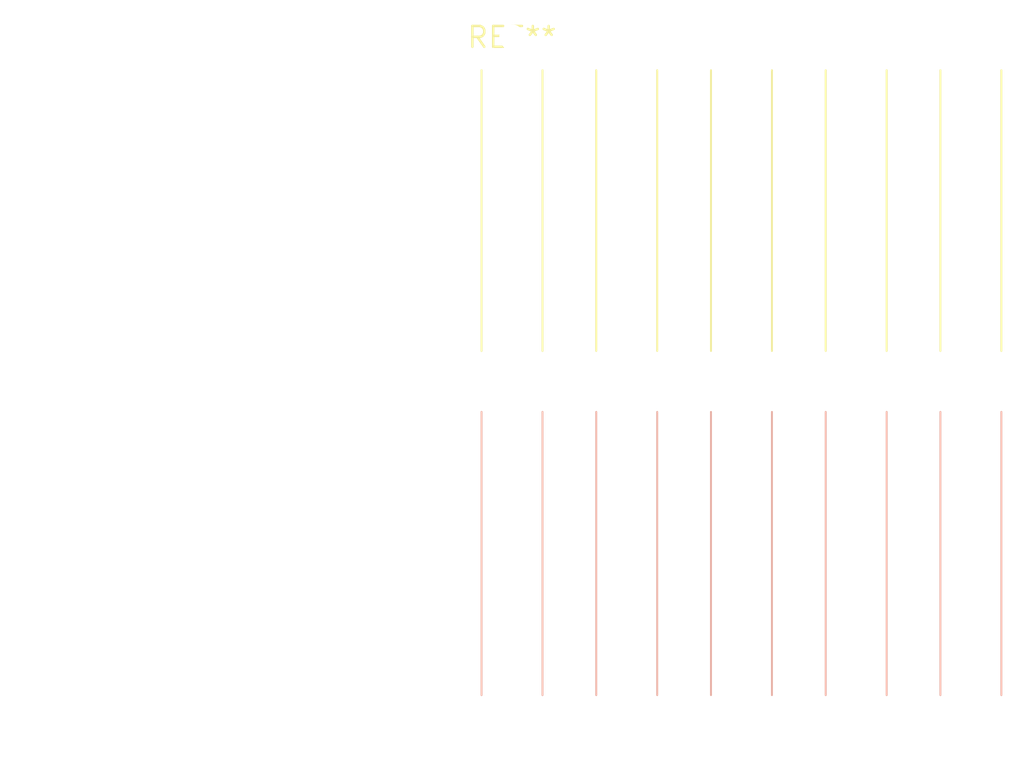
<source format=kicad_pcb>
(kicad_pcb (version 20240108) (generator pcbnew)
  (layers (0 "F.Cu" signal) (31 "B.Cu" signal) (34 "B.Paste" user) (35 "F.Paste" user) (36 "B.SilkS" user "B.Silkscreen") (37 "F.SilkS" user "F.Silkscreen") (38 "B.Mask" user) (39 "F.Mask" user) (44 "Edge.Cuts" user))
  (net 0 "")
  (footprint "SolderWire-0.75sqmm_1x05_P7mm_D1.25mm_OD3.5mm_Relief2x" (layer "F.Cu") (at 0 0)
    (property "Reference" "REF**")
    (property "Value" "SolderWire-0.75sqmm_1x05_P7mm_D1.25mm_OD3.5mm_Relief2x")
    (fp_line (start -1.86 22.86) (end -1.86 40.14) (layer "B.SilkS") (stroke (width 0.12)))
    (fp_line (start 1.86 22.86) (end 1.86 40.14) (layer "B.SilkS") (stroke (width 0.12)))
    (fp_line (start 5.14 22.86) (end 5.14 40.14) (layer "B.SilkS") (stroke (width 0.12)))
    (fp_line (start 8.86 22.86) (end 8.86 40.14) (layer "B.SilkS") (stroke (width 0.12)))
    (fp_line (start 12.14 22.86) (end 12.14 40.14) (layer "B.SilkS") (stroke (width 0.12)))
    (fp_line (start 15.86 22.86) (end 15.86 40.14) (layer "B.SilkS") (stroke (width 0.12)))
    (fp_line (start 19.14 22.86) (end 19.14 40.14) (layer "B.SilkS") (stroke (width 0.12)))
    (fp_line (start 22.86 22.86) (end 22.86 40.14) (layer "B.SilkS") (stroke (width 0.12)))
    (fp_line (start 26.14 22.86) (end 26.14 40.14) (layer "B.SilkS") (stroke (width 0.12)))
    (fp_line (start 29.86 22.86) (end 29.86 40.14) (layer "B.SilkS") (stroke (width 0.12)))
    (fp_line (start -1.86 2.01) (end -1.86 19.14) (layer "F.SilkS") (stroke (width 0.12)))
    (fp_line (start 1.86 2.01) (end 1.86 19.14) (layer "F.SilkS") (stroke (width 0.12)))
    (fp_line (start 5.14 2.01) (end 5.14 19.14) (layer "F.SilkS") (stroke (width 0.12)))
    (fp_line (start 8.86 2.01) (end 8.86 19.14) (layer "F.SilkS") (stroke (width 0.12)))
    (fp_line (start 12.14 2.01) (end 12.14 19.14) (layer "F.SilkS") (stroke (width 0.12)))
    (fp_line (start 15.86 2.01) (end 15.86 19.14) (layer "F.SilkS") (stroke (width 0.12)))
    (fp_line (start 19.14 2.01) (end 19.14 19.14) (layer "F.SilkS") (stroke (width 0.12)))
    (fp_line (start 22.86 2.01) (end 22.86 19.14) (layer "F.SilkS") (stroke (width 0.12)))
    (fp_line (start 26.14 2.01) (end 26.14 19.14) (layer "F.SilkS") (stroke (width 0.12)))
    (fp_line (start 29.86 2.01) (end 29.86 19.14) (layer "F.SilkS") (stroke (width 0.12)))
    (pad "" np_thru_hole circle (at 0 21) (size 4 4) (drill 4) (layers *.Cu *.Mask))
    (pad "" np_thru_hole circle (at 0 42) (size 4 4) (drill 4) (layers *.Cu *.Mask))
    (pad "" np_thru_hole circle (at 7 21) (size 4 4) (drill 4) (layers *.Cu *.Mask))
    (pad "" np_thru_hole circle (at 7 42) (size 4 4) (drill 4) (layers *.Cu *.Mask))
    (pad "" np_thru_hole circle (at 14 21) (size 4 4) (drill 4) (layers *.Cu *.Mask))
    (pad "" np_thru_hole circle (at 14 42) (size 4 4) (drill 4) (layers *.Cu *.Mask))
    (pad "" np_thru_hole circle (at 21 21) (size 4 4) (drill 4) (layers *.Cu *.Mask))
    (pad "" np_thru_hole circle (at 21 42) (size 4 4) (drill 4) (layers *.Cu *.Mask))
    (pad "" np_thru_hole circle (at 28 21) (size 4 4) (drill 4) (layers *.Cu *.Mask))
    (pad "" np_thru_hole circle (at 28 42) (size 4 4) (drill 4) (layers *.Cu *.Mask))
    (pad "1" thru_hole roundrect (at 0 0) (size 3.5 3.5) (drill 1.55) (layers *.Cu *.Mask) (remove_unused_layers) (roundrect_rratio 0.071429))
    (pad "2" thru_hole circle (at 7 0) (size 3.5 3.5) (drill 1.55) (layers *.Cu *.Mask) (remove_unused_layers))
    (pad "3" thru_hole circle (at 14 0) (size 3.5 3.5) (drill 1.55) (layers *.Cu *.Mask) (remove_unused_layers))
    (pad "4" thru_hole circle (at 21 0) (size 3.5 3.5) (drill 1.55) (layers *.Cu *.Mask) (remove_unused_layers))
    (pad "5" thru_hole circle (at 28 0) (size 3.5 3.5) (drill 1.55) (layers *.Cu *.Mask) (remove_unused_layers))
  )
)
</source>
